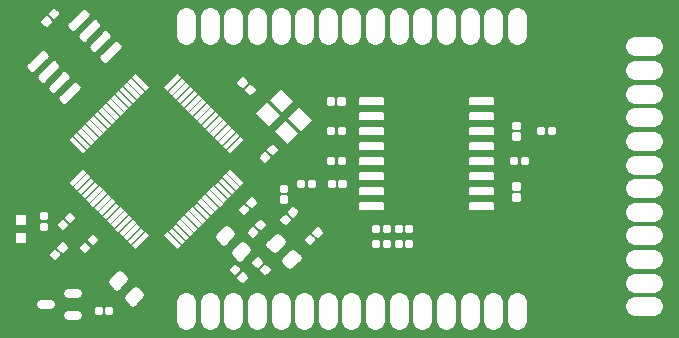
<source format=gbr>
G04 EAGLE Gerber RS-274X export*
G75*
%MOMM*%
%FSLAX34Y34*%
%LPD*%
%INSoldermask Top*%
%IPNEG*%
%AMOC8*
5,1,8,0,0,1.08239X$1,22.5*%
G01*
%ADD10C,0.360766*%
%ADD11C,0.252575*%
%ADD12C,0.518219*%
%ADD13R,0.401600X1.601600*%
%ADD14R,1.501600X1.301600*%
%ADD15C,0.343781*%
%ADD16C,0.189431*%
%ADD17C,1.625600*%
%ADD18R,0.901600X0.901600*%
%ADD19C,0.751600*%


D10*
X250832Y165519D02*
X248069Y168282D01*
X250832Y171045D01*
X253595Y168282D01*
X250832Y165519D01*
X252930Y168947D02*
X248734Y168947D01*
X241705Y161918D02*
X244468Y159155D01*
X241705Y161918D02*
X244468Y164681D01*
X247231Y161918D01*
X244468Y159155D01*
X246566Y162583D02*
X242370Y162583D01*
X303016Y141654D02*
X303016Y137746D01*
X299108Y137746D01*
X299108Y141654D01*
X303016Y141654D01*
X303016Y141174D02*
X299108Y141174D01*
X312016Y141654D02*
X312016Y137746D01*
X308108Y137746D01*
X308108Y141654D01*
X312016Y141654D01*
X312016Y141174D02*
X308108Y141174D01*
X262304Y133356D02*
X258396Y133356D01*
X258396Y137264D01*
X262304Y137264D01*
X262304Y133356D01*
X262304Y136784D02*
X258396Y136784D01*
X258396Y124356D02*
X262304Y124356D01*
X258396Y124356D02*
X258396Y128264D01*
X262304Y128264D01*
X262304Y124356D01*
X262304Y127784D02*
X258396Y127784D01*
X307346Y207596D02*
X307346Y211504D01*
X311254Y211504D01*
X311254Y207596D01*
X307346Y207596D01*
X307346Y211024D02*
X311254Y211024D01*
X298346Y211504D02*
X298346Y207596D01*
X298346Y211504D02*
X302254Y211504D01*
X302254Y207596D01*
X298346Y207596D01*
X298346Y211024D02*
X302254Y211024D01*
X282568Y94831D02*
X285331Y92068D01*
X282568Y89305D01*
X279805Y92068D01*
X282568Y94831D01*
X284666Y92733D02*
X280470Y92733D01*
X288932Y101195D02*
X291695Y98432D01*
X288932Y95669D01*
X286169Y98432D01*
X288932Y101195D01*
X291030Y99097D02*
X286834Y99097D01*
X65784Y280717D02*
X63021Y283480D01*
X65784Y286243D01*
X68547Y283480D01*
X65784Y280717D01*
X67882Y284145D02*
X63686Y284145D01*
X56657Y277116D02*
X59420Y274353D01*
X56657Y277116D02*
X59420Y279879D01*
X62183Y277116D01*
X59420Y274353D01*
X61518Y277781D02*
X57322Y277781D01*
X261658Y112021D02*
X264421Y109258D01*
X261658Y106495D01*
X258895Y109258D01*
X261658Y112021D01*
X263756Y109923D02*
X259560Y109923D01*
X268022Y118385D02*
X270785Y115622D01*
X268022Y112859D01*
X265259Y115622D01*
X268022Y118385D01*
X270120Y116287D02*
X265924Y116287D01*
X229451Y117468D02*
X226688Y120231D01*
X229451Y117468D02*
X226688Y114705D01*
X223925Y117468D01*
X226688Y120231D01*
X228786Y118133D02*
X224590Y118133D01*
X233052Y126595D02*
X235815Y123832D01*
X233052Y121069D01*
X230289Y123832D01*
X233052Y126595D01*
X235150Y124497D02*
X230954Y124497D01*
X234308Y101181D02*
X237071Y98418D01*
X234308Y95655D01*
X231545Y98418D01*
X234308Y101181D01*
X236406Y99083D02*
X232210Y99083D01*
X240672Y107545D02*
X243435Y104782D01*
X240672Y102019D01*
X237909Y104782D01*
X240672Y107545D01*
X242770Y105447D02*
X238574Y105447D01*
X229019Y219068D02*
X231782Y221831D01*
X234545Y219068D01*
X231782Y216305D01*
X229019Y219068D01*
X229684Y219733D02*
X233880Y219733D01*
X225418Y228195D02*
X222655Y225432D01*
X225418Y228195D02*
X228181Y225432D01*
X225418Y222669D01*
X222655Y225432D01*
X223320Y226097D02*
X227516Y226097D01*
X221831Y66682D02*
X219068Y63919D01*
X216305Y66682D01*
X219068Y69445D01*
X221831Y66682D01*
X221166Y67347D02*
X216970Y67347D01*
X225432Y57555D02*
X228195Y60318D01*
X225432Y57555D02*
X222669Y60318D01*
X225432Y63081D01*
X228195Y60318D01*
X227530Y60983D02*
X223334Y60983D01*
X73032Y82969D02*
X70269Y85732D01*
X73032Y88495D01*
X75795Y85732D01*
X73032Y82969D01*
X75130Y86397D02*
X70934Y86397D01*
X63905Y79368D02*
X66668Y76605D01*
X63905Y79368D02*
X66668Y82131D01*
X69431Y79368D01*
X66668Y76605D01*
X68766Y80033D02*
X64570Y80033D01*
X241719Y66668D02*
X244482Y69431D01*
X247245Y66668D01*
X244482Y63905D01*
X241719Y66668D01*
X242384Y67333D02*
X246580Y67333D01*
X238118Y75795D02*
X235355Y73032D01*
X238118Y75795D02*
X240881Y73032D01*
X238118Y70269D01*
X235355Y73032D01*
X236020Y73697D02*
X240216Y73697D01*
X455246Y135388D02*
X459154Y135388D01*
X455246Y135388D02*
X455246Y139296D01*
X459154Y139296D01*
X459154Y135388D01*
X459154Y138816D02*
X455246Y138816D01*
X455246Y126388D02*
X459154Y126388D01*
X455246Y126388D02*
X455246Y130296D01*
X459154Y130296D01*
X459154Y126388D01*
X459154Y129816D02*
X455246Y129816D01*
X455246Y181604D02*
X459154Y181604D01*
X459154Y177696D01*
X455246Y177696D01*
X455246Y181604D01*
X455246Y181124D02*
X459154Y181124D01*
X459154Y190604D02*
X455246Y190604D01*
X459154Y190604D02*
X459154Y186696D01*
X455246Y186696D01*
X455246Y190604D01*
X455246Y190124D02*
X459154Y190124D01*
D11*
X59491Y248357D02*
X47124Y235990D01*
X43949Y239165D01*
X56316Y251532D01*
X59491Y248357D01*
X49524Y238390D02*
X44724Y238390D01*
X45574Y240790D02*
X51924Y240790D01*
X54324Y243190D02*
X47974Y243190D01*
X50374Y245590D02*
X56724Y245590D01*
X59124Y247990D02*
X52774Y247990D01*
X55174Y250390D02*
X57458Y250390D01*
X68471Y239377D02*
X56104Y227010D01*
X52929Y230185D01*
X65296Y242552D01*
X68471Y239377D01*
X58504Y229410D02*
X53704Y229410D01*
X54554Y231810D02*
X60904Y231810D01*
X63304Y234210D02*
X56954Y234210D01*
X59354Y236610D02*
X65704Y236610D01*
X68104Y239010D02*
X61754Y239010D01*
X64154Y241410D02*
X66438Y241410D01*
X77452Y230396D02*
X65085Y218029D01*
X61910Y221204D01*
X74277Y233571D01*
X77452Y230396D01*
X67485Y220429D02*
X62685Y220429D01*
X63535Y222829D02*
X69885Y222829D01*
X72285Y225229D02*
X65935Y225229D01*
X68335Y227629D02*
X74685Y227629D01*
X77085Y230029D02*
X70735Y230029D01*
X73135Y232429D02*
X75419Y232429D01*
X86432Y221416D02*
X74065Y209049D01*
X70890Y212224D01*
X83257Y224591D01*
X86432Y221416D01*
X76465Y211449D02*
X71665Y211449D01*
X72515Y213849D02*
X78865Y213849D01*
X81265Y216249D02*
X74915Y216249D01*
X77315Y218649D02*
X83665Y218649D01*
X86065Y221049D02*
X79715Y221049D01*
X82115Y223449D02*
X84399Y223449D01*
X108784Y243768D02*
X121151Y256135D01*
X108784Y243768D02*
X105609Y246943D01*
X117976Y259310D01*
X121151Y256135D01*
X111184Y246168D02*
X106384Y246168D01*
X107234Y248568D02*
X113584Y248568D01*
X115984Y250968D02*
X109634Y250968D01*
X112034Y253368D02*
X118384Y253368D01*
X120784Y255768D02*
X114434Y255768D01*
X116834Y258168D02*
X119118Y258168D01*
X112171Y265115D02*
X99804Y252748D01*
X96629Y255923D01*
X108996Y268290D01*
X112171Y265115D01*
X102204Y255148D02*
X97404Y255148D01*
X98254Y257548D02*
X104604Y257548D01*
X107004Y259948D02*
X100654Y259948D01*
X103054Y262348D02*
X109404Y262348D01*
X111804Y264748D02*
X105454Y264748D01*
X107854Y267148D02*
X110138Y267148D01*
X103190Y274096D02*
X90823Y261729D01*
X87648Y264904D01*
X100015Y277271D01*
X103190Y274096D01*
X93223Y264129D02*
X88423Y264129D01*
X89273Y266529D02*
X95623Y266529D01*
X98023Y268929D02*
X91673Y268929D01*
X94073Y271329D02*
X100423Y271329D01*
X102823Y273729D02*
X96473Y273729D01*
X98873Y276129D02*
X101157Y276129D01*
X94210Y283076D02*
X81843Y270709D01*
X78668Y273884D01*
X91035Y286251D01*
X94210Y283076D01*
X84243Y273109D02*
X79443Y273109D01*
X80293Y275509D02*
X86643Y275509D01*
X89043Y277909D02*
X82693Y277909D01*
X85093Y280309D02*
X91443Y280309D01*
X93843Y282709D02*
X87493Y282709D01*
X89893Y285109D02*
X92177Y285109D01*
D12*
X134955Y49798D02*
X128002Y42845D01*
X134955Y49798D02*
X139434Y45319D01*
X132481Y38366D01*
X128002Y42845D01*
X128446Y43289D02*
X137404Y43289D01*
X136541Y48212D02*
X133369Y48212D01*
X121519Y63234D02*
X114566Y56281D01*
X121519Y63234D02*
X125998Y58755D01*
X119045Y51802D01*
X114566Y56281D01*
X115010Y56725D02*
X123968Y56725D01*
X123105Y61648D02*
X119933Y61648D01*
X209742Y89902D02*
X216695Y96855D01*
X209742Y89902D02*
X205263Y94381D01*
X212216Y101334D01*
X216695Y96855D01*
X214665Y94825D02*
X205707Y94825D01*
X210630Y99748D02*
X213802Y99748D01*
X230130Y83419D02*
X223177Y76466D01*
X218698Y80945D01*
X225651Y87898D01*
X230130Y83419D01*
X228100Y81389D02*
X219142Y81389D01*
X224065Y86312D02*
X227237Y86312D01*
X261352Y74595D02*
X268305Y81548D01*
X272784Y77069D01*
X265831Y70116D01*
X261352Y74595D01*
X261796Y75039D02*
X270754Y75039D01*
X269891Y79962D02*
X266719Y79962D01*
X254869Y94984D02*
X247916Y88031D01*
X254869Y94984D02*
X259348Y90505D01*
X252395Y83552D01*
X247916Y88031D01*
X248360Y88475D02*
X257318Y88475D01*
X256455Y93398D02*
X253283Y93398D01*
D13*
G36*
X81336Y137879D02*
X78496Y140719D01*
X89820Y152043D01*
X92660Y149203D01*
X81336Y137879D01*
G37*
G36*
X84872Y134344D02*
X82032Y137184D01*
X93356Y148508D01*
X96196Y145668D01*
X84872Y134344D01*
G37*
G36*
X88407Y130808D02*
X85567Y133648D01*
X96891Y144972D01*
X99731Y142132D01*
X88407Y130808D01*
G37*
G36*
X91943Y127273D02*
X89103Y130113D01*
X100427Y141437D01*
X103267Y138597D01*
X91943Y127273D01*
G37*
G36*
X95479Y123737D02*
X92639Y126577D01*
X103963Y137901D01*
X106803Y135061D01*
X95479Y123737D01*
G37*
G36*
X99014Y120202D02*
X96174Y123042D01*
X107498Y134366D01*
X110338Y131526D01*
X99014Y120202D01*
G37*
G36*
X102550Y116666D02*
X99710Y119506D01*
X111034Y130830D01*
X113874Y127990D01*
X102550Y116666D01*
G37*
G36*
X106085Y113131D02*
X103245Y115971D01*
X114569Y127295D01*
X117409Y124455D01*
X106085Y113131D01*
G37*
G36*
X109621Y109595D02*
X106781Y112435D01*
X118105Y123759D01*
X120945Y120919D01*
X109621Y109595D01*
G37*
G36*
X113156Y106060D02*
X110316Y108900D01*
X121640Y120224D01*
X124480Y117384D01*
X113156Y106060D01*
G37*
G36*
X116692Y102524D02*
X113852Y105364D01*
X125176Y116688D01*
X128016Y113848D01*
X116692Y102524D01*
G37*
G36*
X120227Y98989D02*
X117387Y101829D01*
X128711Y113153D01*
X131551Y110313D01*
X120227Y98989D01*
G37*
G36*
X123763Y95453D02*
X120923Y98293D01*
X132247Y109617D01*
X135087Y106777D01*
X123763Y95453D01*
G37*
G36*
X127298Y91917D02*
X124458Y94757D01*
X135782Y106081D01*
X138622Y103241D01*
X127298Y91917D01*
G37*
G36*
X130834Y88382D02*
X127994Y91222D01*
X139318Y102546D01*
X142158Y99706D01*
X130834Y88382D01*
G37*
G36*
X134369Y84846D02*
X131529Y87686D01*
X142853Y99010D01*
X145693Y96170D01*
X134369Y84846D01*
G37*
G36*
X159107Y96170D02*
X161947Y99010D01*
X173271Y87686D01*
X170431Y84846D01*
X159107Y96170D01*
G37*
G36*
X162642Y99706D02*
X165482Y102546D01*
X176806Y91222D01*
X173966Y88382D01*
X162642Y99706D01*
G37*
G36*
X166178Y103241D02*
X169018Y106081D01*
X180342Y94757D01*
X177502Y91917D01*
X166178Y103241D01*
G37*
G36*
X169713Y106777D02*
X172553Y109617D01*
X183877Y98293D01*
X181037Y95453D01*
X169713Y106777D01*
G37*
G36*
X173249Y110313D02*
X176089Y113153D01*
X187413Y101829D01*
X184573Y98989D01*
X173249Y110313D01*
G37*
G36*
X176784Y113848D02*
X179624Y116688D01*
X190948Y105364D01*
X188108Y102524D01*
X176784Y113848D01*
G37*
G36*
X180320Y117384D02*
X183160Y120224D01*
X194484Y108900D01*
X191644Y106060D01*
X180320Y117384D01*
G37*
G36*
X183855Y120919D02*
X186695Y123759D01*
X198019Y112435D01*
X195179Y109595D01*
X183855Y120919D01*
G37*
G36*
X187391Y124455D02*
X190231Y127295D01*
X201555Y115971D01*
X198715Y113131D01*
X187391Y124455D01*
G37*
G36*
X190926Y127990D02*
X193766Y130830D01*
X205090Y119506D01*
X202250Y116666D01*
X190926Y127990D01*
G37*
G36*
X194462Y131526D02*
X197302Y134366D01*
X208626Y123042D01*
X205786Y120202D01*
X194462Y131526D01*
G37*
G36*
X197997Y135061D02*
X200837Y137901D01*
X212161Y126577D01*
X209321Y123737D01*
X197997Y135061D01*
G37*
G36*
X201533Y138597D02*
X204373Y141437D01*
X215697Y130113D01*
X212857Y127273D01*
X201533Y138597D01*
G37*
G36*
X205069Y142132D02*
X207909Y144972D01*
X219233Y133648D01*
X216393Y130808D01*
X205069Y142132D01*
G37*
G36*
X208604Y145668D02*
X211444Y148508D01*
X222768Y137184D01*
X219928Y134344D01*
X208604Y145668D01*
G37*
G36*
X212140Y149203D02*
X214980Y152043D01*
X226304Y140719D01*
X223464Y137879D01*
X212140Y149203D01*
G37*
G36*
X214980Y165457D02*
X212140Y168297D01*
X223464Y179621D01*
X226304Y176781D01*
X214980Y165457D01*
G37*
G36*
X211444Y168992D02*
X208604Y171832D01*
X219928Y183156D01*
X222768Y180316D01*
X211444Y168992D01*
G37*
G36*
X207909Y172528D02*
X205069Y175368D01*
X216393Y186692D01*
X219233Y183852D01*
X207909Y172528D01*
G37*
G36*
X204373Y176063D02*
X201533Y178903D01*
X212857Y190227D01*
X215697Y187387D01*
X204373Y176063D01*
G37*
G36*
X200837Y179599D02*
X197997Y182439D01*
X209321Y193763D01*
X212161Y190923D01*
X200837Y179599D01*
G37*
G36*
X197302Y183134D02*
X194462Y185974D01*
X205786Y197298D01*
X208626Y194458D01*
X197302Y183134D01*
G37*
G36*
X193766Y186670D02*
X190926Y189510D01*
X202250Y200834D01*
X205090Y197994D01*
X193766Y186670D01*
G37*
G36*
X190231Y190205D02*
X187391Y193045D01*
X198715Y204369D01*
X201555Y201529D01*
X190231Y190205D01*
G37*
G36*
X186695Y193741D02*
X183855Y196581D01*
X195179Y207905D01*
X198019Y205065D01*
X186695Y193741D01*
G37*
G36*
X183160Y197276D02*
X180320Y200116D01*
X191644Y211440D01*
X194484Y208600D01*
X183160Y197276D01*
G37*
G36*
X179624Y200812D02*
X176784Y203652D01*
X188108Y214976D01*
X190948Y212136D01*
X179624Y200812D01*
G37*
G36*
X176089Y204347D02*
X173249Y207187D01*
X184573Y218511D01*
X187413Y215671D01*
X176089Y204347D01*
G37*
G36*
X172553Y207883D02*
X169713Y210723D01*
X181037Y222047D01*
X183877Y219207D01*
X172553Y207883D01*
G37*
G36*
X169018Y211419D02*
X166178Y214259D01*
X177502Y225583D01*
X180342Y222743D01*
X169018Y211419D01*
G37*
G36*
X165482Y214954D02*
X162642Y217794D01*
X173966Y229118D01*
X176806Y226278D01*
X165482Y214954D01*
G37*
G36*
X161947Y218490D02*
X159107Y221330D01*
X170431Y232654D01*
X173271Y229814D01*
X161947Y218490D01*
G37*
G36*
X131529Y229814D02*
X134369Y232654D01*
X145693Y221330D01*
X142853Y218490D01*
X131529Y229814D01*
G37*
G36*
X127994Y226278D02*
X130834Y229118D01*
X142158Y217794D01*
X139318Y214954D01*
X127994Y226278D01*
G37*
G36*
X124458Y222743D02*
X127298Y225583D01*
X138622Y214259D01*
X135782Y211419D01*
X124458Y222743D01*
G37*
G36*
X120923Y219207D02*
X123763Y222047D01*
X135087Y210723D01*
X132247Y207883D01*
X120923Y219207D01*
G37*
G36*
X117387Y215671D02*
X120227Y218511D01*
X131551Y207187D01*
X128711Y204347D01*
X117387Y215671D01*
G37*
G36*
X113852Y212136D02*
X116692Y214976D01*
X128016Y203652D01*
X125176Y200812D01*
X113852Y212136D01*
G37*
G36*
X110316Y208600D02*
X113156Y211440D01*
X124480Y200116D01*
X121640Y197276D01*
X110316Y208600D01*
G37*
G36*
X106781Y205065D02*
X109621Y207905D01*
X120945Y196581D01*
X118105Y193741D01*
X106781Y205065D01*
G37*
G36*
X103245Y201529D02*
X106085Y204369D01*
X117409Y193045D01*
X114569Y190205D01*
X103245Y201529D01*
G37*
G36*
X99710Y197994D02*
X102550Y200834D01*
X113874Y189510D01*
X111034Y186670D01*
X99710Y197994D01*
G37*
G36*
X96174Y194458D02*
X99014Y197298D01*
X110338Y185974D01*
X107498Y183134D01*
X96174Y194458D01*
G37*
G36*
X92639Y190923D02*
X95479Y193763D01*
X106803Y182439D01*
X103963Y179599D01*
X92639Y190923D01*
G37*
G36*
X89103Y187387D02*
X91943Y190227D01*
X103267Y178903D01*
X100427Y176063D01*
X89103Y187387D01*
G37*
G36*
X85567Y183852D02*
X88407Y186692D01*
X99731Y175368D01*
X96891Y172528D01*
X85567Y183852D01*
G37*
G36*
X82032Y180316D02*
X84872Y183156D01*
X96196Y171832D01*
X93356Y168992D01*
X82032Y180316D01*
G37*
G36*
X78496Y176781D02*
X81336Y179621D01*
X92660Y168297D01*
X89820Y165457D01*
X78496Y176781D01*
G37*
D14*
G36*
X247622Y189061D02*
X237005Y199678D01*
X246208Y208881D01*
X256825Y198264D01*
X247622Y189061D01*
G37*
G36*
X263178Y173505D02*
X252561Y184122D01*
X261764Y193325D01*
X272381Y182708D01*
X263178Y173505D01*
G37*
G36*
X273078Y204639D02*
X283695Y194022D01*
X274492Y184819D01*
X263875Y195436D01*
X273078Y204639D01*
G37*
G36*
X257522Y220195D02*
X268139Y209578D01*
X258936Y200375D01*
X248319Y210992D01*
X257522Y220195D01*
G37*
D15*
X340189Y90689D02*
X340189Y87111D01*
X336611Y87111D01*
X336611Y90689D01*
X340189Y90689D01*
X340189Y90377D02*
X336611Y90377D01*
X349189Y90689D02*
X349189Y87111D01*
X345611Y87111D01*
X345611Y90689D01*
X349189Y90689D01*
X349189Y90377D02*
X345611Y90377D01*
X364661Y90689D02*
X364661Y87111D01*
X364661Y90689D02*
X368239Y90689D01*
X368239Y87111D01*
X364661Y87111D01*
X364661Y90377D02*
X368239Y90377D01*
X355661Y90689D02*
X355661Y87111D01*
X355661Y90689D02*
X359239Y90689D01*
X359239Y87111D01*
X355661Y87111D01*
X355661Y90377D02*
X359239Y90377D01*
X345611Y99811D02*
X345611Y103389D01*
X349189Y103389D01*
X349189Y99811D01*
X345611Y99811D01*
X345611Y103077D02*
X349189Y103077D01*
X336611Y103389D02*
X336611Y99811D01*
X336611Y103389D02*
X340189Y103389D01*
X340189Y99811D01*
X336611Y99811D01*
X336611Y103077D02*
X340189Y103077D01*
X359239Y103389D02*
X359239Y99811D01*
X355661Y99811D01*
X355661Y103389D01*
X359239Y103389D01*
X359239Y103077D02*
X355661Y103077D01*
X368239Y103389D02*
X368239Y99811D01*
X364661Y99811D01*
X364661Y103389D01*
X368239Y103389D01*
X368239Y103077D02*
X364661Y103077D01*
X75548Y104768D02*
X73018Y107298D01*
X75548Y104768D02*
X73018Y102238D01*
X70488Y104768D01*
X73018Y107298D01*
X74812Y105504D02*
X71224Y105504D01*
X79382Y113662D02*
X81912Y111132D01*
X79382Y108602D01*
X76852Y111132D01*
X79382Y113662D01*
X81176Y111868D02*
X77588Y111868D01*
X95902Y92082D02*
X98432Y89552D01*
X95902Y92082D02*
X98432Y94612D01*
X100962Y92082D01*
X98432Y89552D01*
X100226Y92818D02*
X96638Y92818D01*
X89538Y85718D02*
X92068Y83188D01*
X89538Y85718D02*
X92068Y88248D01*
X94598Y85718D01*
X92068Y83188D01*
X93862Y86454D02*
X90274Y86454D01*
X479889Y182361D02*
X479889Y185939D01*
X479889Y182361D02*
X476311Y182361D01*
X476311Y185939D01*
X479889Y185939D01*
X479889Y185627D02*
X476311Y185627D01*
X488889Y185939D02*
X488889Y182361D01*
X485311Y182361D01*
X485311Y185939D01*
X488889Y185939D01*
X488889Y185627D02*
X485311Y185627D01*
X282111Y141489D02*
X282111Y137911D01*
X282111Y141489D02*
X285689Y141489D01*
X285689Y137911D01*
X282111Y137911D01*
X282111Y141177D02*
X285689Y141177D01*
X273111Y141489D02*
X273111Y137911D01*
X273111Y141489D02*
X276689Y141489D01*
X276689Y137911D01*
X273111Y137911D01*
X273111Y141177D02*
X276689Y141177D01*
X302089Y182361D02*
X302089Y185939D01*
X302089Y182361D02*
X298511Y182361D01*
X298511Y185939D01*
X302089Y185939D01*
X302089Y185627D02*
X298511Y185627D01*
X311089Y185939D02*
X311089Y182361D01*
X307511Y182361D01*
X307511Y185939D01*
X311089Y185939D01*
X311089Y185627D02*
X307511Y185627D01*
X302089Y160539D02*
X302089Y156961D01*
X298511Y156961D01*
X298511Y160539D01*
X302089Y160539D01*
X302089Y160227D02*
X298511Y160227D01*
X311089Y160539D02*
X311089Y156961D01*
X307511Y156961D01*
X307511Y160539D01*
X311089Y160539D01*
X311089Y160227D02*
X307511Y160227D01*
X457029Y160539D02*
X457029Y156961D01*
X453451Y156961D01*
X453451Y160539D01*
X457029Y160539D01*
X457029Y160227D02*
X453451Y160227D01*
X466029Y160539D02*
X466029Y156961D01*
X462451Y156961D01*
X462451Y160539D01*
X466029Y160539D01*
X466029Y160227D02*
X462451Y160227D01*
D16*
X344261Y206989D02*
X324639Y206989D01*
X324639Y212111D01*
X344261Y212111D01*
X344261Y206989D01*
X344261Y208788D02*
X324639Y208788D01*
X324639Y210587D02*
X344261Y210587D01*
X344261Y194289D02*
X324639Y194289D01*
X324639Y199411D01*
X344261Y199411D01*
X344261Y194289D01*
X344261Y196088D02*
X324639Y196088D01*
X324639Y197887D02*
X344261Y197887D01*
X344261Y181589D02*
X324639Y181589D01*
X324639Y186711D01*
X344261Y186711D01*
X344261Y181589D01*
X344261Y183388D02*
X324639Y183388D01*
X324639Y185187D02*
X344261Y185187D01*
X344261Y168889D02*
X324639Y168889D01*
X324639Y174011D01*
X344261Y174011D01*
X344261Y168889D01*
X344261Y170688D02*
X324639Y170688D01*
X324639Y172487D02*
X344261Y172487D01*
X344261Y156189D02*
X324639Y156189D01*
X324639Y161311D01*
X344261Y161311D01*
X344261Y156189D01*
X344261Y157988D02*
X324639Y157988D01*
X324639Y159787D02*
X344261Y159787D01*
X344261Y143489D02*
X324639Y143489D01*
X324639Y148611D01*
X344261Y148611D01*
X344261Y143489D01*
X344261Y145288D02*
X324639Y145288D01*
X324639Y147087D02*
X344261Y147087D01*
X344261Y130789D02*
X324639Y130789D01*
X324639Y135911D01*
X344261Y135911D01*
X344261Y130789D01*
X344261Y132588D02*
X324639Y132588D01*
X324639Y134387D02*
X344261Y134387D01*
X344261Y118089D02*
X324639Y118089D01*
X324639Y123211D01*
X344261Y123211D01*
X344261Y118089D01*
X344261Y119888D02*
X324639Y119888D01*
X324639Y121687D02*
X344261Y121687D01*
X417739Y118089D02*
X437361Y118089D01*
X417739Y118089D02*
X417739Y123211D01*
X437361Y123211D01*
X437361Y118089D01*
X437361Y119888D02*
X417739Y119888D01*
X417739Y121687D02*
X437361Y121687D01*
X437361Y130789D02*
X417739Y130789D01*
X417739Y135911D01*
X437361Y135911D01*
X437361Y130789D01*
X437361Y132588D02*
X417739Y132588D01*
X417739Y134387D02*
X437361Y134387D01*
X437361Y143489D02*
X417739Y143489D01*
X417739Y148611D01*
X437361Y148611D01*
X437361Y143489D01*
X437361Y145288D02*
X417739Y145288D01*
X417739Y147087D02*
X437361Y147087D01*
X437361Y156189D02*
X417739Y156189D01*
X417739Y161311D01*
X437361Y161311D01*
X437361Y156189D01*
X437361Y157988D02*
X417739Y157988D01*
X417739Y159787D02*
X437361Y159787D01*
X437361Y168889D02*
X417739Y168889D01*
X417739Y174011D01*
X437361Y174011D01*
X437361Y168889D01*
X437361Y170688D02*
X417739Y170688D01*
X417739Y172487D02*
X437361Y172487D01*
X437361Y181589D02*
X417739Y181589D01*
X417739Y186711D01*
X437361Y186711D01*
X437361Y181589D01*
X437361Y183388D02*
X417739Y183388D01*
X417739Y185187D02*
X437361Y185187D01*
X437361Y194289D02*
X417739Y194289D01*
X417739Y199411D01*
X437361Y199411D01*
X437361Y194289D01*
X437361Y196088D02*
X417739Y196088D01*
X417739Y197887D02*
X437361Y197887D01*
X437361Y206989D02*
X417739Y206989D01*
X417739Y212111D01*
X437361Y212111D01*
X437361Y206989D01*
X437361Y208788D02*
X417739Y208788D01*
X417739Y210587D02*
X437361Y210587D01*
D17*
X177500Y265430D02*
X177500Y280670D01*
X197500Y280670D02*
X197500Y265430D01*
X217500Y265430D02*
X217500Y280670D01*
X237500Y280670D02*
X237500Y265430D01*
X257500Y265430D02*
X257500Y280670D01*
X277500Y280670D02*
X277500Y265430D01*
X297500Y265430D02*
X297500Y280670D01*
X317500Y280670D02*
X317500Y265430D01*
X337500Y265430D02*
X337500Y280670D01*
X357500Y280670D02*
X357500Y265430D01*
X377500Y265430D02*
X377500Y280670D01*
X397500Y280670D02*
X397500Y265430D01*
X417500Y265430D02*
X417500Y280670D01*
X437500Y280670D02*
X437500Y265430D01*
X457500Y265430D02*
X457500Y280670D01*
X177500Y39370D02*
X177500Y24130D01*
X197500Y24130D02*
X197500Y39370D01*
X217500Y39370D02*
X217500Y24130D01*
X237500Y24130D02*
X237500Y39370D01*
X257500Y39370D02*
X257500Y24130D01*
X277500Y24130D02*
X277500Y39370D01*
X297500Y39370D02*
X297500Y24130D01*
X317500Y24130D02*
X317500Y39370D01*
X337500Y39370D02*
X337500Y24130D01*
X357500Y24130D02*
X357500Y39370D01*
X377500Y39370D02*
X377500Y24130D01*
X397500Y24130D02*
X397500Y39370D01*
X417500Y39370D02*
X417500Y24130D01*
X437500Y24130D02*
X437500Y39370D01*
X457500Y39370D02*
X457500Y24130D01*
X557530Y36050D02*
X572770Y36050D01*
X572770Y56050D02*
X557530Y56050D01*
X557530Y76050D02*
X572770Y76050D01*
X572770Y96050D02*
X557530Y96050D01*
X557530Y116050D02*
X572770Y116050D01*
X572770Y136050D02*
X557530Y136050D01*
X557530Y156050D02*
X572770Y156050D01*
X572770Y176050D02*
X557530Y176050D01*
X557530Y196050D02*
X572770Y196050D01*
X572770Y216050D02*
X557530Y216050D01*
X557530Y236050D02*
X572770Y236050D01*
X572770Y256050D02*
X557530Y256050D01*
D18*
X38100Y94100D03*
X38100Y109100D03*
D19*
X77600Y28600D02*
X85100Y28600D01*
X85100Y47600D02*
X77600Y47600D01*
X62100Y38100D02*
X54600Y38100D01*
D15*
X105239Y33539D02*
X105239Y29961D01*
X101661Y29961D01*
X101661Y33539D01*
X105239Y33539D01*
X105239Y33227D02*
X101661Y33227D01*
X114239Y33539D02*
X114239Y29961D01*
X110661Y29961D01*
X110661Y33539D01*
X114239Y33539D01*
X114239Y33227D02*
X110661Y33227D01*
X58939Y105239D02*
X55361Y105239D01*
X58939Y105239D02*
X58939Y101661D01*
X55361Y101661D01*
X55361Y105239D01*
X55361Y104927D02*
X58939Y104927D01*
X58939Y114239D02*
X55361Y114239D01*
X58939Y114239D02*
X58939Y110661D01*
X55361Y110661D01*
X55361Y114239D01*
X55361Y113927D02*
X58939Y113927D01*
M02*

</source>
